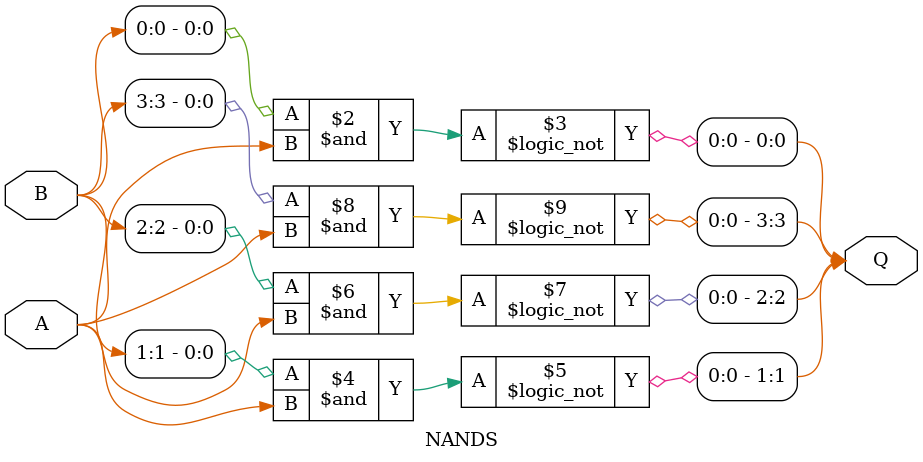
<source format=v>
`timescale 1ns / 1ps


module NANDS(A,B,Q);
input wire A;
input wire [3:0] B;
output reg [3:0] Q;

always @(*) begin
    Q[0] <= !(B[0] & A);
    Q[1] <= !(B[1] & A);
    Q[2] <= !(B[2] & A);
    Q[3] <= !(B[3] & A);
end
endmodule





</source>
